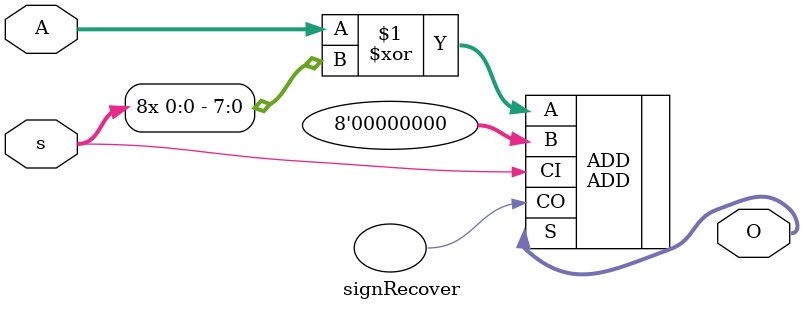
<source format=v>
`timescale 1ns / 1ps

module TwosComplement #(parameter N = 8)(
	input [N-1:0] A,
	output [N-1:0] O
);

	ADD #(.N(N)) ADD(
		.A(~A),
		.B({N{1'b0}}),
		.CI(1'b1),
		.S(O), 
		.CO()
	);


endmodule

module signRecover #(parameter N = 8)(
	input [N-1:0] A,
	input s,
	output [N-1:0] O
);

	ADD #(.N(N)) ADD(
		.A(A^{N{s}}),
		.B({N{1'b0}}),
		.CI(s),
		.S(O),
		.CO()
	);


endmodule

</source>
